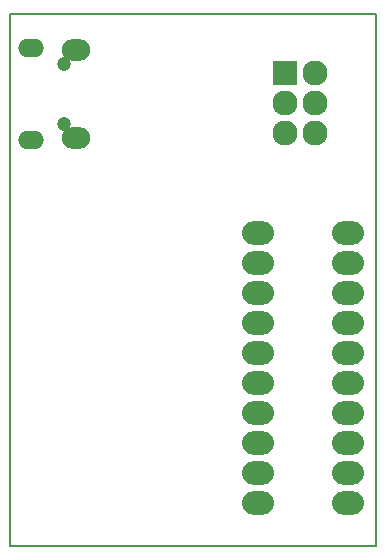
<source format=gbr>
G04 #@! TF.FileFunction,Soldermask,Bot*
%FSLAX46Y46*%
G04 Gerber Fmt 4.6, Leading zero omitted, Abs format (unit mm)*
G04 Created by KiCad (PCBNEW 4.0.2+dfsg1-stable) date Die 12 Sep 2017 09:23:44 CEST*
%MOMM*%
G01*
G04 APERTURE LIST*
%ADD10C,0.100000*%
%ADD11C,0.150000*%
%ADD12O,2.700000X2.000000*%
%ADD13R,2.127200X2.127200*%
%ADD14O,2.127200X2.127200*%
%ADD15C,1.200000*%
%ADD16O,2.200000X1.550000*%
%ADD17O,2.400000X1.850000*%
G04 APERTURE END LIST*
D10*
D11*
X0Y0D02*
X0Y45000000D01*
X31000000Y0D02*
X0Y0D01*
X31000000Y45000000D02*
X31000000Y0D01*
X0Y45000000D02*
X31000000Y45000000D01*
D12*
X21000000Y26450000D03*
X21000000Y23910000D03*
X21000000Y21370000D03*
X21000000Y18830000D03*
X21000000Y16290000D03*
X21000000Y13750000D03*
X21000000Y11210000D03*
X21000000Y8670000D03*
X21000000Y6130000D03*
X21000000Y3590000D03*
X28620000Y3590000D03*
X28620000Y6130000D03*
X28620000Y8670000D03*
X28620000Y11210000D03*
X28620000Y13750000D03*
X28620000Y16290000D03*
X28620000Y18830000D03*
X28620000Y21370000D03*
X28620000Y23910000D03*
X28620000Y26450000D03*
D13*
X23250000Y40000000D03*
D14*
X25790000Y40000000D03*
X23250000Y37460000D03*
X25790000Y37460000D03*
X23250000Y34920000D03*
X25790000Y34920000D03*
D15*
X4550000Y35750000D03*
D16*
X1800000Y34375000D03*
X1800000Y42125000D03*
D17*
X5600000Y34525000D03*
X5600000Y41975000D03*
D15*
X4550000Y40750000D03*
M02*

</source>
